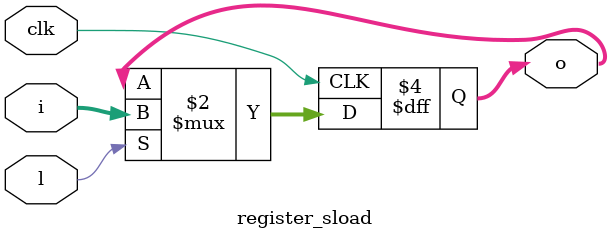
<source format=v>
module register_sload(i, l, clk, o);
  parameter W = 16;
  input [W-1:0] i;
  input l, clk;
  output reg [W-1:0] o;
  
  always @(posedge clk)
    if(l) o <= i; //l всегда 1
endmodule

</source>
